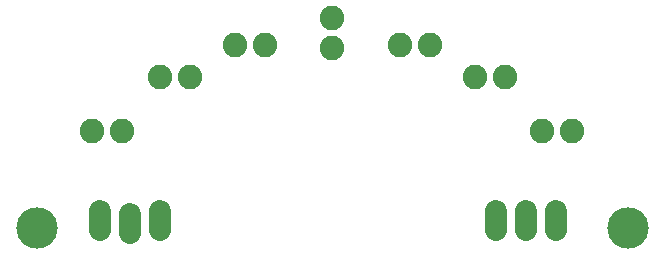
<source format=gts>
G75*
%MOIN*%
%OFA0B0*%
%FSLAX24Y24*%
%IPPOS*%
%LPD*%
%AMOC8*
5,1,8,0,0,1.08239X$1,22.5*
%
%ADD10C,0.0820*%
%ADD11C,0.0720*%
%ADD12C,0.1380*%
D10*
X003430Y004680D03*
X004430Y004680D03*
X005680Y006480D03*
X006680Y006480D03*
X008180Y007530D03*
X009180Y007530D03*
X011430Y007430D03*
X011430Y008430D03*
X013680Y007530D03*
X014680Y007530D03*
X016180Y006480D03*
X017180Y006480D03*
X018430Y004680D03*
X019430Y004680D03*
D11*
X018880Y002000D02*
X018880Y001360D01*
X017880Y001360D02*
X017880Y002000D01*
X016880Y002000D02*
X016880Y001360D01*
X005680Y001360D02*
X005680Y002000D01*
X004680Y001900D02*
X004680Y001260D01*
X003680Y001360D02*
X003680Y002000D01*
D12*
X001575Y001425D03*
X021280Y001430D03*
M02*

</source>
